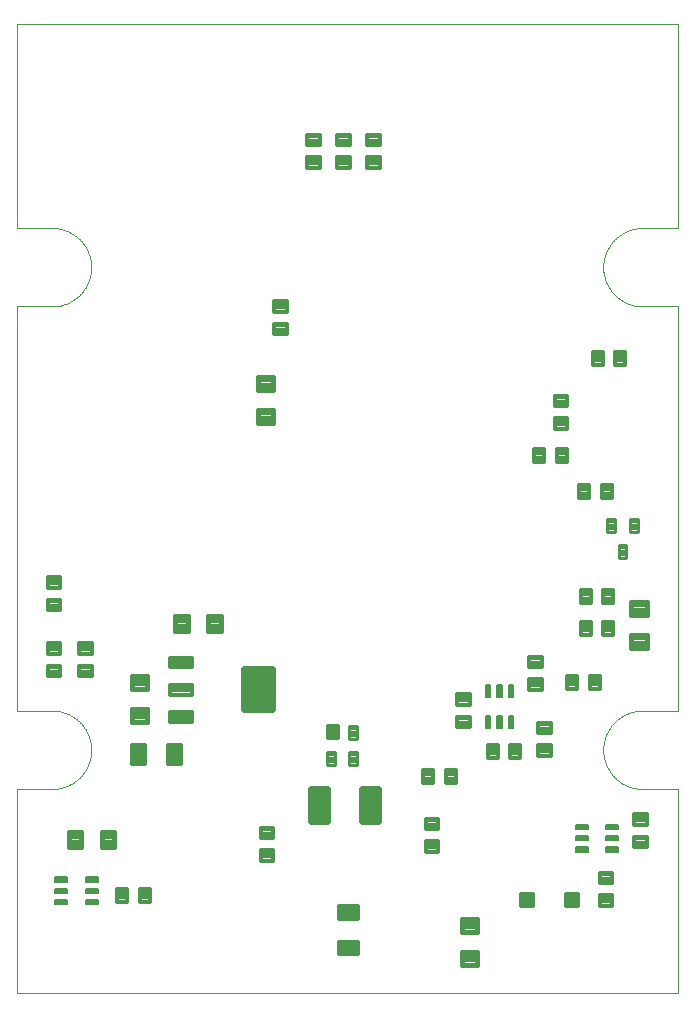
<source format=gbp>
G75*
%MOIN*%
%OFA0B0*%
%FSLAX25Y25*%
%IPPOS*%
%LPD*%
%AMOC8*
5,1,8,0,0,1.08239X$1,22.5*
%
%ADD10C,0.00000*%
%ADD11C,0.01121*%
%ADD12C,0.01475*%
%ADD13C,0.01357*%
%ADD14C,0.01830*%
%ADD15C,0.01380*%
%ADD16C,0.01974*%
%ADD17C,0.01948*%
%ADD18C,0.01712*%
%ADD19C,0.00590*%
%ADD20C,0.01594*%
D10*
X0001400Y0025558D02*
X0001400Y0093471D01*
X0013231Y0093471D01*
X0013549Y0093475D01*
X0013867Y0093487D01*
X0014185Y0093506D01*
X0014502Y0093533D01*
X0014819Y0093568D01*
X0015134Y0093610D01*
X0015448Y0093660D01*
X0015762Y0093718D01*
X0016073Y0093784D01*
X0016383Y0093857D01*
X0016691Y0093937D01*
X0016997Y0094025D01*
X0017300Y0094121D01*
X0017602Y0094223D01*
X0017900Y0094333D01*
X0018196Y0094451D01*
X0018489Y0094575D01*
X0018779Y0094707D01*
X0019066Y0094845D01*
X0019349Y0094991D01*
X0019628Y0095143D01*
X0019904Y0095303D01*
X0020176Y0095468D01*
X0020443Y0095641D01*
X0020706Y0095820D01*
X0020965Y0096005D01*
X0021220Y0096196D01*
X0021469Y0096394D01*
X0021714Y0096598D01*
X0021954Y0096807D01*
X0022188Y0097022D01*
X0022417Y0097243D01*
X0022641Y0097470D01*
X0022859Y0097702D01*
X0023071Y0097939D01*
X0023278Y0098181D01*
X0023479Y0098428D01*
X0023673Y0098680D01*
X0023862Y0098937D01*
X0024044Y0099198D01*
X0024219Y0099463D01*
X0024388Y0099733D01*
X0024551Y0100007D01*
X0024707Y0100284D01*
X0024856Y0100565D01*
X0024998Y0100850D01*
X0025133Y0101138D01*
X0025261Y0101430D01*
X0025382Y0101724D01*
X0025495Y0102022D01*
X0025602Y0102322D01*
X0025701Y0102624D01*
X0025793Y0102929D01*
X0025877Y0103236D01*
X0025954Y0103545D01*
X0026023Y0103856D01*
X0026085Y0104168D01*
X0026139Y0104482D01*
X0026185Y0104796D01*
X0026224Y0105112D01*
X0026255Y0105429D01*
X0026278Y0105747D01*
X0026293Y0106065D01*
X0026301Y0106383D01*
X0026301Y0106701D01*
X0026293Y0107019D01*
X0026278Y0107337D01*
X0026255Y0107655D01*
X0026224Y0107972D01*
X0026185Y0108288D01*
X0026139Y0108602D01*
X0026085Y0108916D01*
X0026023Y0109228D01*
X0025954Y0109539D01*
X0025877Y0109848D01*
X0025793Y0110155D01*
X0025701Y0110460D01*
X0025602Y0110762D01*
X0025495Y0111062D01*
X0025382Y0111360D01*
X0025261Y0111654D01*
X0025133Y0111946D01*
X0024998Y0112234D01*
X0024856Y0112519D01*
X0024707Y0112800D01*
X0024551Y0113078D01*
X0024388Y0113351D01*
X0024219Y0113621D01*
X0024044Y0113886D01*
X0023862Y0114147D01*
X0023673Y0114404D01*
X0023479Y0114656D01*
X0023278Y0114903D01*
X0023071Y0115145D01*
X0022859Y0115382D01*
X0022641Y0115614D01*
X0022417Y0115841D01*
X0022188Y0116062D01*
X0021954Y0116277D01*
X0021714Y0116486D01*
X0021469Y0116690D01*
X0021220Y0116888D01*
X0020965Y0117079D01*
X0020706Y0117264D01*
X0020443Y0117443D01*
X0020176Y0117616D01*
X0019904Y0117781D01*
X0019628Y0117941D01*
X0019349Y0118093D01*
X0019066Y0118239D01*
X0018779Y0118377D01*
X0018489Y0118509D01*
X0018196Y0118633D01*
X0017900Y0118751D01*
X0017602Y0118861D01*
X0017300Y0118963D01*
X0016997Y0119059D01*
X0016691Y0119147D01*
X0016383Y0119227D01*
X0016073Y0119300D01*
X0015762Y0119366D01*
X0015448Y0119424D01*
X0015134Y0119474D01*
X0014819Y0119516D01*
X0014502Y0119551D01*
X0014185Y0119578D01*
X0013867Y0119597D01*
X0013549Y0119609D01*
X0013231Y0119613D01*
X0001400Y0119613D01*
X0001400Y0254337D01*
X0013231Y0254337D01*
X0013549Y0254341D01*
X0013867Y0254353D01*
X0014185Y0254372D01*
X0014502Y0254399D01*
X0014819Y0254434D01*
X0015134Y0254476D01*
X0015448Y0254526D01*
X0015762Y0254584D01*
X0016073Y0254650D01*
X0016383Y0254723D01*
X0016691Y0254803D01*
X0016997Y0254891D01*
X0017300Y0254987D01*
X0017602Y0255089D01*
X0017900Y0255199D01*
X0018196Y0255317D01*
X0018489Y0255441D01*
X0018779Y0255573D01*
X0019066Y0255711D01*
X0019349Y0255857D01*
X0019628Y0256009D01*
X0019904Y0256169D01*
X0020176Y0256334D01*
X0020443Y0256507D01*
X0020706Y0256686D01*
X0020965Y0256871D01*
X0021220Y0257062D01*
X0021469Y0257260D01*
X0021714Y0257464D01*
X0021954Y0257673D01*
X0022188Y0257888D01*
X0022417Y0258109D01*
X0022641Y0258336D01*
X0022859Y0258568D01*
X0023071Y0258805D01*
X0023278Y0259047D01*
X0023479Y0259294D01*
X0023673Y0259546D01*
X0023862Y0259803D01*
X0024044Y0260064D01*
X0024219Y0260329D01*
X0024388Y0260599D01*
X0024551Y0260873D01*
X0024707Y0261150D01*
X0024856Y0261431D01*
X0024998Y0261716D01*
X0025133Y0262004D01*
X0025261Y0262296D01*
X0025382Y0262590D01*
X0025495Y0262888D01*
X0025602Y0263188D01*
X0025701Y0263490D01*
X0025793Y0263795D01*
X0025877Y0264102D01*
X0025954Y0264411D01*
X0026023Y0264722D01*
X0026085Y0265034D01*
X0026139Y0265348D01*
X0026185Y0265662D01*
X0026224Y0265978D01*
X0026255Y0266295D01*
X0026278Y0266613D01*
X0026293Y0266931D01*
X0026301Y0267249D01*
X0026301Y0267567D01*
X0026293Y0267885D01*
X0026278Y0268203D01*
X0026255Y0268521D01*
X0026224Y0268838D01*
X0026185Y0269154D01*
X0026139Y0269468D01*
X0026085Y0269782D01*
X0026023Y0270094D01*
X0025954Y0270405D01*
X0025877Y0270714D01*
X0025793Y0271021D01*
X0025701Y0271326D01*
X0025602Y0271628D01*
X0025495Y0271928D01*
X0025382Y0272226D01*
X0025261Y0272520D01*
X0025133Y0272812D01*
X0024998Y0273100D01*
X0024856Y0273385D01*
X0024707Y0273666D01*
X0024551Y0273944D01*
X0024388Y0274217D01*
X0024219Y0274487D01*
X0024044Y0274752D01*
X0023862Y0275013D01*
X0023673Y0275270D01*
X0023479Y0275522D01*
X0023278Y0275769D01*
X0023071Y0276011D01*
X0022859Y0276248D01*
X0022641Y0276480D01*
X0022417Y0276707D01*
X0022188Y0276928D01*
X0021954Y0277143D01*
X0021714Y0277352D01*
X0021469Y0277556D01*
X0021220Y0277754D01*
X0020965Y0277945D01*
X0020706Y0278130D01*
X0020443Y0278309D01*
X0020176Y0278482D01*
X0019904Y0278647D01*
X0019628Y0278807D01*
X0019349Y0278959D01*
X0019066Y0279105D01*
X0018779Y0279243D01*
X0018489Y0279375D01*
X0018196Y0279499D01*
X0017900Y0279617D01*
X0017602Y0279727D01*
X0017300Y0279829D01*
X0016997Y0279925D01*
X0016691Y0280013D01*
X0016383Y0280093D01*
X0016073Y0280166D01*
X0015762Y0280232D01*
X0015448Y0280290D01*
X0015134Y0280340D01*
X0014819Y0280382D01*
X0014502Y0280417D01*
X0014185Y0280444D01*
X0013867Y0280463D01*
X0013549Y0280475D01*
X0013231Y0280479D01*
X0001400Y0280479D01*
X0001400Y0348392D01*
X0221872Y0348392D01*
X0221872Y0280479D01*
X0210042Y0280479D01*
X0209724Y0280475D01*
X0209406Y0280463D01*
X0209088Y0280444D01*
X0208771Y0280417D01*
X0208454Y0280382D01*
X0208139Y0280340D01*
X0207825Y0280290D01*
X0207511Y0280232D01*
X0207200Y0280166D01*
X0206890Y0280093D01*
X0206582Y0280013D01*
X0206276Y0279925D01*
X0205973Y0279829D01*
X0205671Y0279727D01*
X0205373Y0279617D01*
X0205077Y0279499D01*
X0204784Y0279375D01*
X0204494Y0279243D01*
X0204207Y0279105D01*
X0203924Y0278959D01*
X0203645Y0278807D01*
X0203369Y0278647D01*
X0203097Y0278482D01*
X0202830Y0278309D01*
X0202567Y0278130D01*
X0202308Y0277945D01*
X0202053Y0277754D01*
X0201804Y0277556D01*
X0201559Y0277352D01*
X0201319Y0277143D01*
X0201085Y0276928D01*
X0200856Y0276707D01*
X0200632Y0276480D01*
X0200414Y0276248D01*
X0200202Y0276011D01*
X0199995Y0275769D01*
X0199794Y0275522D01*
X0199600Y0275270D01*
X0199411Y0275013D01*
X0199229Y0274752D01*
X0199054Y0274487D01*
X0198885Y0274217D01*
X0198722Y0273944D01*
X0198566Y0273666D01*
X0198417Y0273385D01*
X0198275Y0273100D01*
X0198140Y0272812D01*
X0198012Y0272520D01*
X0197891Y0272226D01*
X0197778Y0271928D01*
X0197671Y0271628D01*
X0197572Y0271326D01*
X0197480Y0271021D01*
X0197396Y0270714D01*
X0197319Y0270405D01*
X0197250Y0270094D01*
X0197188Y0269782D01*
X0197134Y0269468D01*
X0197088Y0269154D01*
X0197049Y0268838D01*
X0197018Y0268521D01*
X0196995Y0268203D01*
X0196980Y0267885D01*
X0196972Y0267567D01*
X0196972Y0267249D01*
X0196980Y0266931D01*
X0196995Y0266613D01*
X0197018Y0266295D01*
X0197049Y0265978D01*
X0197088Y0265662D01*
X0197134Y0265348D01*
X0197188Y0265034D01*
X0197250Y0264722D01*
X0197319Y0264411D01*
X0197396Y0264102D01*
X0197480Y0263795D01*
X0197572Y0263490D01*
X0197671Y0263188D01*
X0197778Y0262888D01*
X0197891Y0262590D01*
X0198012Y0262296D01*
X0198140Y0262004D01*
X0198275Y0261716D01*
X0198417Y0261431D01*
X0198566Y0261150D01*
X0198722Y0260872D01*
X0198885Y0260599D01*
X0199054Y0260329D01*
X0199229Y0260064D01*
X0199411Y0259803D01*
X0199600Y0259546D01*
X0199794Y0259294D01*
X0199995Y0259047D01*
X0200202Y0258805D01*
X0200414Y0258568D01*
X0200632Y0258336D01*
X0200856Y0258109D01*
X0201085Y0257888D01*
X0201319Y0257673D01*
X0201559Y0257464D01*
X0201804Y0257260D01*
X0202053Y0257062D01*
X0202308Y0256871D01*
X0202567Y0256686D01*
X0202830Y0256507D01*
X0203097Y0256334D01*
X0203369Y0256169D01*
X0203645Y0256009D01*
X0203924Y0255857D01*
X0204207Y0255711D01*
X0204494Y0255573D01*
X0204784Y0255441D01*
X0205077Y0255317D01*
X0205373Y0255199D01*
X0205671Y0255089D01*
X0205973Y0254987D01*
X0206276Y0254891D01*
X0206582Y0254803D01*
X0206890Y0254723D01*
X0207200Y0254650D01*
X0207511Y0254584D01*
X0207825Y0254526D01*
X0208139Y0254476D01*
X0208454Y0254434D01*
X0208771Y0254399D01*
X0209088Y0254372D01*
X0209406Y0254353D01*
X0209724Y0254341D01*
X0210042Y0254337D01*
X0221872Y0254337D01*
X0221872Y0119613D01*
X0210042Y0119613D01*
X0209724Y0119609D01*
X0209406Y0119597D01*
X0209088Y0119578D01*
X0208771Y0119551D01*
X0208454Y0119516D01*
X0208139Y0119474D01*
X0207825Y0119424D01*
X0207511Y0119366D01*
X0207200Y0119300D01*
X0206890Y0119227D01*
X0206582Y0119147D01*
X0206276Y0119059D01*
X0205973Y0118963D01*
X0205671Y0118861D01*
X0205373Y0118751D01*
X0205077Y0118633D01*
X0204784Y0118509D01*
X0204494Y0118377D01*
X0204207Y0118239D01*
X0203924Y0118093D01*
X0203645Y0117941D01*
X0203369Y0117781D01*
X0203097Y0117616D01*
X0202830Y0117443D01*
X0202567Y0117264D01*
X0202308Y0117079D01*
X0202053Y0116888D01*
X0201804Y0116690D01*
X0201559Y0116486D01*
X0201319Y0116277D01*
X0201085Y0116062D01*
X0200856Y0115841D01*
X0200632Y0115614D01*
X0200414Y0115382D01*
X0200202Y0115145D01*
X0199995Y0114903D01*
X0199794Y0114656D01*
X0199600Y0114404D01*
X0199411Y0114147D01*
X0199229Y0113886D01*
X0199054Y0113621D01*
X0198885Y0113351D01*
X0198722Y0113077D01*
X0198566Y0112800D01*
X0198417Y0112519D01*
X0198275Y0112234D01*
X0198140Y0111946D01*
X0198012Y0111654D01*
X0197891Y0111360D01*
X0197778Y0111062D01*
X0197671Y0110762D01*
X0197572Y0110460D01*
X0197480Y0110155D01*
X0197396Y0109848D01*
X0197319Y0109539D01*
X0197250Y0109228D01*
X0197188Y0108916D01*
X0197134Y0108602D01*
X0197088Y0108288D01*
X0197049Y0107972D01*
X0197018Y0107655D01*
X0196995Y0107337D01*
X0196980Y0107019D01*
X0196972Y0106701D01*
X0196972Y0106383D01*
X0196980Y0106065D01*
X0196995Y0105747D01*
X0197018Y0105429D01*
X0197049Y0105112D01*
X0197088Y0104796D01*
X0197134Y0104482D01*
X0197188Y0104168D01*
X0197250Y0103856D01*
X0197319Y0103545D01*
X0197396Y0103236D01*
X0197480Y0102929D01*
X0197572Y0102624D01*
X0197671Y0102322D01*
X0197778Y0102022D01*
X0197891Y0101724D01*
X0198012Y0101430D01*
X0198140Y0101138D01*
X0198275Y0100850D01*
X0198417Y0100565D01*
X0198566Y0100284D01*
X0198722Y0100006D01*
X0198885Y0099733D01*
X0199054Y0099463D01*
X0199229Y0099198D01*
X0199411Y0098937D01*
X0199600Y0098680D01*
X0199794Y0098428D01*
X0199995Y0098181D01*
X0200202Y0097939D01*
X0200414Y0097702D01*
X0200632Y0097470D01*
X0200856Y0097243D01*
X0201085Y0097022D01*
X0201319Y0096807D01*
X0201559Y0096598D01*
X0201804Y0096394D01*
X0202053Y0096196D01*
X0202308Y0096005D01*
X0202567Y0095820D01*
X0202830Y0095641D01*
X0203097Y0095468D01*
X0203369Y0095303D01*
X0203645Y0095143D01*
X0203924Y0094991D01*
X0204207Y0094845D01*
X0204494Y0094707D01*
X0204784Y0094575D01*
X0205077Y0094451D01*
X0205373Y0094333D01*
X0205671Y0094223D01*
X0205973Y0094121D01*
X0206276Y0094025D01*
X0206582Y0093937D01*
X0206890Y0093857D01*
X0207200Y0093784D01*
X0207511Y0093718D01*
X0207825Y0093660D01*
X0208139Y0093610D01*
X0208454Y0093568D01*
X0208771Y0093533D01*
X0209088Y0093506D01*
X0209406Y0093487D01*
X0209724Y0093475D01*
X0210042Y0093471D01*
X0221872Y0093471D01*
X0221872Y0025558D01*
X0001400Y0025558D01*
D11*
X0104852Y0101631D02*
X0107468Y0101631D01*
X0104852Y0101631D02*
X0104852Y0105823D01*
X0107468Y0105823D01*
X0107468Y0101631D01*
X0107468Y0102751D02*
X0104852Y0102751D01*
X0104852Y0103871D02*
X0107468Y0103871D01*
X0107468Y0104991D02*
X0104852Y0104991D01*
X0112332Y0101631D02*
X0114948Y0101631D01*
X0112332Y0101631D02*
X0112332Y0105823D01*
X0114948Y0105823D01*
X0114948Y0101631D01*
X0114948Y0102751D02*
X0112332Y0102751D01*
X0112332Y0103871D02*
X0114948Y0103871D01*
X0114948Y0104991D02*
X0112332Y0104991D01*
X0112332Y0110292D02*
X0114948Y0110292D01*
X0112332Y0110292D02*
X0112332Y0114484D01*
X0114948Y0114484D01*
X0114948Y0110292D01*
X0114948Y0111412D02*
X0112332Y0111412D01*
X0112332Y0112532D02*
X0114948Y0112532D01*
X0114948Y0113652D02*
X0112332Y0113652D01*
X0198352Y0179292D02*
X0200968Y0179292D01*
X0198352Y0179292D02*
X0198352Y0183484D01*
X0200968Y0183484D01*
X0200968Y0179292D01*
X0200968Y0180412D02*
X0198352Y0180412D01*
X0198352Y0181532D02*
X0200968Y0181532D01*
X0200968Y0182652D02*
X0198352Y0182652D01*
X0202092Y0170631D02*
X0204708Y0170631D01*
X0202092Y0170631D02*
X0202092Y0174823D01*
X0204708Y0174823D01*
X0204708Y0170631D01*
X0204708Y0171751D02*
X0202092Y0171751D01*
X0202092Y0172871D02*
X0204708Y0172871D01*
X0204708Y0173991D02*
X0202092Y0173991D01*
X0205832Y0179292D02*
X0208448Y0179292D01*
X0205832Y0179292D02*
X0205832Y0183484D01*
X0208448Y0183484D01*
X0208448Y0179292D01*
X0208448Y0180412D02*
X0205832Y0180412D01*
X0205832Y0181532D02*
X0208448Y0181532D01*
X0208448Y0182652D02*
X0205832Y0182652D01*
D12*
X0199862Y0194674D02*
X0196418Y0194674D01*
X0199862Y0194674D02*
X0199862Y0190442D01*
X0196418Y0190442D01*
X0196418Y0194674D01*
X0196418Y0191916D02*
X0199862Y0191916D01*
X0199862Y0193390D02*
X0196418Y0193390D01*
X0192382Y0194674D02*
X0188938Y0194674D01*
X0192382Y0194674D02*
X0192382Y0190442D01*
X0188938Y0190442D01*
X0188938Y0194674D01*
X0188938Y0191916D02*
X0192382Y0191916D01*
X0192382Y0193390D02*
X0188938Y0193390D01*
X0184862Y0202442D02*
X0181418Y0202442D01*
X0181418Y0206674D01*
X0184862Y0206674D01*
X0184862Y0202442D01*
X0184862Y0203916D02*
X0181418Y0203916D01*
X0181418Y0205390D02*
X0184862Y0205390D01*
X0180784Y0213596D02*
X0180784Y0217040D01*
X0185016Y0217040D01*
X0185016Y0213596D01*
X0180784Y0213596D01*
X0180784Y0215070D02*
X0185016Y0215070D01*
X0185016Y0216544D02*
X0180784Y0216544D01*
X0180784Y0221076D02*
X0180784Y0224520D01*
X0185016Y0224520D01*
X0185016Y0221076D01*
X0180784Y0221076D01*
X0180784Y0222550D02*
X0185016Y0222550D01*
X0185016Y0224024D02*
X0180784Y0224024D01*
X0177382Y0202442D02*
X0173938Y0202442D01*
X0173938Y0206674D01*
X0177382Y0206674D01*
X0177382Y0202442D01*
X0177382Y0203916D02*
X0173938Y0203916D01*
X0173938Y0205390D02*
X0177382Y0205390D01*
X0193438Y0239174D02*
X0196882Y0239174D01*
X0196882Y0234942D01*
X0193438Y0234942D01*
X0193438Y0239174D01*
X0193438Y0236416D02*
X0196882Y0236416D01*
X0196882Y0237890D02*
X0193438Y0237890D01*
X0200918Y0239174D02*
X0204362Y0239174D01*
X0204362Y0234942D01*
X0200918Y0234942D01*
X0200918Y0239174D01*
X0200918Y0236416D02*
X0204362Y0236416D01*
X0204362Y0237890D02*
X0200918Y0237890D01*
X0200362Y0159674D02*
X0196918Y0159674D01*
X0200362Y0159674D02*
X0200362Y0155442D01*
X0196918Y0155442D01*
X0196918Y0159674D01*
X0196918Y0156916D02*
X0200362Y0156916D01*
X0200362Y0158390D02*
X0196918Y0158390D01*
X0192882Y0159674D02*
X0189438Y0159674D01*
X0192882Y0159674D02*
X0192882Y0155442D01*
X0189438Y0155442D01*
X0189438Y0159674D01*
X0189438Y0156916D02*
X0192882Y0156916D01*
X0192882Y0158390D02*
X0189438Y0158390D01*
X0189438Y0144942D02*
X0192882Y0144942D01*
X0189438Y0144942D02*
X0189438Y0149174D01*
X0192882Y0149174D01*
X0192882Y0144942D01*
X0192882Y0146416D02*
X0189438Y0146416D01*
X0189438Y0147890D02*
X0192882Y0147890D01*
X0196918Y0144942D02*
X0200362Y0144942D01*
X0196918Y0144942D02*
X0196918Y0149174D01*
X0200362Y0149174D01*
X0200362Y0144942D01*
X0200362Y0146416D02*
X0196918Y0146416D01*
X0196918Y0147890D02*
X0200362Y0147890D01*
X0195862Y0126942D02*
X0192418Y0126942D01*
X0192418Y0131174D01*
X0195862Y0131174D01*
X0195862Y0126942D01*
X0195862Y0128416D02*
X0192418Y0128416D01*
X0192418Y0129890D02*
X0195862Y0129890D01*
X0188382Y0126942D02*
X0184938Y0126942D01*
X0184938Y0131174D01*
X0188382Y0131174D01*
X0188382Y0126942D01*
X0188382Y0128416D02*
X0184938Y0128416D01*
X0184938Y0129890D02*
X0188382Y0129890D01*
X0179516Y0115520D02*
X0179516Y0112076D01*
X0175284Y0112076D01*
X0175284Y0115520D01*
X0179516Y0115520D01*
X0179516Y0113550D02*
X0175284Y0113550D01*
X0175284Y0115024D02*
X0179516Y0115024D01*
X0179516Y0108040D02*
X0179516Y0104596D01*
X0175284Y0104596D01*
X0175284Y0108040D01*
X0179516Y0108040D01*
X0179516Y0106070D02*
X0175284Y0106070D01*
X0175284Y0107544D02*
X0179516Y0107544D01*
X0169362Y0108174D02*
X0165918Y0108174D01*
X0169362Y0108174D02*
X0169362Y0103942D01*
X0165918Y0103942D01*
X0165918Y0108174D01*
X0165918Y0105416D02*
X0169362Y0105416D01*
X0169362Y0106890D02*
X0165918Y0106890D01*
X0161882Y0108174D02*
X0158438Y0108174D01*
X0161882Y0108174D02*
X0161882Y0103942D01*
X0158438Y0103942D01*
X0158438Y0108174D01*
X0158438Y0105416D02*
X0161882Y0105416D01*
X0161882Y0106890D02*
X0158438Y0106890D01*
X0148284Y0114096D02*
X0148284Y0117540D01*
X0152516Y0117540D01*
X0152516Y0114096D01*
X0148284Y0114096D01*
X0148284Y0115570D02*
X0152516Y0115570D01*
X0152516Y0117044D02*
X0148284Y0117044D01*
X0148284Y0121576D02*
X0148284Y0125020D01*
X0152516Y0125020D01*
X0152516Y0121576D01*
X0148284Y0121576D01*
X0148284Y0123050D02*
X0152516Y0123050D01*
X0152516Y0124524D02*
X0148284Y0124524D01*
X0147862Y0095442D02*
X0144418Y0095442D01*
X0144418Y0099674D01*
X0147862Y0099674D01*
X0147862Y0095442D01*
X0147862Y0096916D02*
X0144418Y0096916D01*
X0144418Y0098390D02*
X0147862Y0098390D01*
X0137784Y0083520D02*
X0137784Y0080076D01*
X0137784Y0083520D02*
X0142016Y0083520D01*
X0142016Y0080076D01*
X0137784Y0080076D01*
X0137784Y0081550D02*
X0142016Y0081550D01*
X0142016Y0083024D02*
X0137784Y0083024D01*
X0137784Y0076040D02*
X0137784Y0072596D01*
X0137784Y0076040D02*
X0142016Y0076040D01*
X0142016Y0072596D01*
X0137784Y0072596D01*
X0137784Y0074070D02*
X0142016Y0074070D01*
X0142016Y0075544D02*
X0137784Y0075544D01*
X0136938Y0095442D02*
X0140382Y0095442D01*
X0136938Y0095442D02*
X0136938Y0099674D01*
X0140382Y0099674D01*
X0140382Y0095442D01*
X0140382Y0096916D02*
X0136938Y0096916D01*
X0136938Y0098390D02*
X0140382Y0098390D01*
X0172284Y0126596D02*
X0172284Y0130040D01*
X0176516Y0130040D01*
X0176516Y0126596D01*
X0172284Y0126596D01*
X0172284Y0128070D02*
X0176516Y0128070D01*
X0176516Y0129544D02*
X0172284Y0129544D01*
X0172284Y0134076D02*
X0172284Y0137520D01*
X0176516Y0137520D01*
X0176516Y0134076D01*
X0172284Y0134076D01*
X0172284Y0135550D02*
X0176516Y0135550D01*
X0176516Y0137024D02*
X0172284Y0137024D01*
X0211516Y0085020D02*
X0211516Y0081576D01*
X0207284Y0081576D01*
X0207284Y0085020D01*
X0211516Y0085020D01*
X0211516Y0083050D02*
X0207284Y0083050D01*
X0207284Y0084524D02*
X0211516Y0084524D01*
X0211516Y0077540D02*
X0211516Y0074096D01*
X0207284Y0074096D01*
X0207284Y0077540D01*
X0211516Y0077540D01*
X0211516Y0075570D02*
X0207284Y0075570D01*
X0207284Y0077044D02*
X0211516Y0077044D01*
X0195784Y0065520D02*
X0195784Y0062076D01*
X0195784Y0065520D02*
X0200016Y0065520D01*
X0200016Y0062076D01*
X0195784Y0062076D01*
X0195784Y0063550D02*
X0200016Y0063550D01*
X0200016Y0065024D02*
X0195784Y0065024D01*
X0195784Y0058040D02*
X0195784Y0054596D01*
X0195784Y0058040D02*
X0200016Y0058040D01*
X0200016Y0054596D01*
X0195784Y0054596D01*
X0195784Y0056070D02*
X0200016Y0056070D01*
X0200016Y0057544D02*
X0195784Y0057544D01*
X0087284Y0245096D02*
X0087284Y0248540D01*
X0091516Y0248540D01*
X0091516Y0245096D01*
X0087284Y0245096D01*
X0087284Y0246570D02*
X0091516Y0246570D01*
X0091516Y0248044D02*
X0087284Y0248044D01*
X0087284Y0252576D02*
X0087284Y0256020D01*
X0091516Y0256020D01*
X0091516Y0252576D01*
X0087284Y0252576D01*
X0087284Y0254050D02*
X0091516Y0254050D01*
X0091516Y0255524D02*
X0087284Y0255524D01*
X0098284Y0300596D02*
X0098284Y0304040D01*
X0102516Y0304040D01*
X0102516Y0300596D01*
X0098284Y0300596D01*
X0098284Y0302070D02*
X0102516Y0302070D01*
X0102516Y0303544D02*
X0098284Y0303544D01*
X0098284Y0308076D02*
X0098284Y0311520D01*
X0102516Y0311520D01*
X0102516Y0308076D01*
X0098284Y0308076D01*
X0098284Y0309550D02*
X0102516Y0309550D01*
X0102516Y0311024D02*
X0098284Y0311024D01*
X0108284Y0311520D02*
X0108284Y0308076D01*
X0108284Y0311520D02*
X0112516Y0311520D01*
X0112516Y0308076D01*
X0108284Y0308076D01*
X0108284Y0309550D02*
X0112516Y0309550D01*
X0112516Y0311024D02*
X0108284Y0311024D01*
X0108284Y0304040D02*
X0108284Y0300596D01*
X0108284Y0304040D02*
X0112516Y0304040D01*
X0112516Y0300596D01*
X0108284Y0300596D01*
X0108284Y0302070D02*
X0112516Y0302070D01*
X0112516Y0303544D02*
X0108284Y0303544D01*
X0118284Y0304040D02*
X0118284Y0300596D01*
X0118284Y0304040D02*
X0122516Y0304040D01*
X0122516Y0300596D01*
X0118284Y0300596D01*
X0118284Y0302070D02*
X0122516Y0302070D01*
X0122516Y0303544D02*
X0118284Y0303544D01*
X0118284Y0308076D02*
X0118284Y0311520D01*
X0122516Y0311520D01*
X0122516Y0308076D01*
X0118284Y0308076D01*
X0118284Y0309550D02*
X0122516Y0309550D01*
X0122516Y0311024D02*
X0118284Y0311024D01*
X0022284Y0142020D02*
X0022284Y0138576D01*
X0022284Y0142020D02*
X0026516Y0142020D01*
X0026516Y0138576D01*
X0022284Y0138576D01*
X0022284Y0140050D02*
X0026516Y0140050D01*
X0026516Y0141524D02*
X0022284Y0141524D01*
X0022284Y0134540D02*
X0022284Y0131096D01*
X0022284Y0134540D02*
X0026516Y0134540D01*
X0026516Y0131096D01*
X0022284Y0131096D01*
X0022284Y0132570D02*
X0026516Y0132570D01*
X0026516Y0134044D02*
X0022284Y0134044D01*
X0011784Y0134540D02*
X0011784Y0131096D01*
X0011784Y0134540D02*
X0016016Y0134540D01*
X0016016Y0131096D01*
X0011784Y0131096D01*
X0011784Y0132570D02*
X0016016Y0132570D01*
X0016016Y0134044D02*
X0011784Y0134044D01*
X0011784Y0138576D02*
X0011784Y0142020D01*
X0016016Y0142020D01*
X0016016Y0138576D01*
X0011784Y0138576D01*
X0011784Y0140050D02*
X0016016Y0140050D01*
X0016016Y0141524D02*
X0011784Y0141524D01*
X0016016Y0153096D02*
X0016016Y0156540D01*
X0016016Y0153096D02*
X0011784Y0153096D01*
X0011784Y0156540D01*
X0016016Y0156540D01*
X0016016Y0154570D02*
X0011784Y0154570D01*
X0011784Y0156044D02*
X0016016Y0156044D01*
X0016016Y0160576D02*
X0016016Y0164020D01*
X0016016Y0160576D02*
X0011784Y0160576D01*
X0011784Y0164020D01*
X0016016Y0164020D01*
X0016016Y0162050D02*
X0011784Y0162050D01*
X0011784Y0163524D02*
X0016016Y0163524D01*
X0034938Y0055942D02*
X0038382Y0055942D01*
X0034938Y0055942D02*
X0034938Y0060174D01*
X0038382Y0060174D01*
X0038382Y0055942D01*
X0038382Y0057416D02*
X0034938Y0057416D01*
X0034938Y0058890D02*
X0038382Y0058890D01*
X0042418Y0055942D02*
X0045862Y0055942D01*
X0042418Y0055942D02*
X0042418Y0060174D01*
X0045862Y0060174D01*
X0045862Y0055942D01*
X0045862Y0057416D02*
X0042418Y0057416D01*
X0042418Y0058890D02*
X0045862Y0058890D01*
X0087016Y0069596D02*
X0087016Y0073040D01*
X0087016Y0069596D02*
X0082784Y0069596D01*
X0082784Y0073040D01*
X0087016Y0073040D01*
X0087016Y0071070D02*
X0082784Y0071070D01*
X0082784Y0072544D02*
X0087016Y0072544D01*
X0087016Y0077076D02*
X0087016Y0080520D01*
X0087016Y0077076D02*
X0082784Y0077076D01*
X0082784Y0080520D01*
X0087016Y0080520D01*
X0087016Y0078550D02*
X0082784Y0078550D01*
X0082784Y0080024D02*
X0087016Y0080024D01*
D13*
X0105363Y0110410D02*
X0108531Y0110410D01*
X0105363Y0110410D02*
X0105363Y0114366D01*
X0108531Y0114366D01*
X0108531Y0110410D01*
X0108531Y0111766D02*
X0105363Y0111766D01*
X0105363Y0113122D02*
X0108531Y0113122D01*
D14*
X0069546Y0146030D02*
X0065278Y0146030D01*
X0065278Y0151086D01*
X0069546Y0151086D01*
X0069546Y0146030D01*
X0069546Y0147859D02*
X0065278Y0147859D01*
X0065278Y0149688D02*
X0069546Y0149688D01*
X0058522Y0146030D02*
X0054254Y0146030D01*
X0054254Y0151086D01*
X0058522Y0151086D01*
X0058522Y0146030D01*
X0058522Y0147859D02*
X0054254Y0147859D01*
X0054254Y0149688D02*
X0058522Y0149688D01*
X0044928Y0131204D02*
X0044928Y0126936D01*
X0039872Y0126936D01*
X0039872Y0131204D01*
X0044928Y0131204D01*
X0044928Y0128765D02*
X0039872Y0128765D01*
X0039872Y0130594D02*
X0044928Y0130594D01*
X0044928Y0120180D02*
X0044928Y0115912D01*
X0039872Y0115912D01*
X0039872Y0120180D01*
X0044928Y0120180D01*
X0044928Y0117741D02*
X0039872Y0117741D01*
X0039872Y0119570D02*
X0044928Y0119570D01*
X0034046Y0074030D02*
X0029778Y0074030D01*
X0029778Y0079086D01*
X0034046Y0079086D01*
X0034046Y0074030D01*
X0034046Y0075859D02*
X0029778Y0075859D01*
X0029778Y0077688D02*
X0034046Y0077688D01*
X0023022Y0074030D02*
X0018754Y0074030D01*
X0018754Y0079086D01*
X0023022Y0079086D01*
X0023022Y0074030D01*
X0023022Y0075859D02*
X0018754Y0075859D01*
X0018754Y0077688D02*
X0023022Y0077688D01*
X0081872Y0215412D02*
X0081872Y0219680D01*
X0086928Y0219680D01*
X0086928Y0215412D01*
X0081872Y0215412D01*
X0081872Y0217241D02*
X0086928Y0217241D01*
X0086928Y0219070D02*
X0081872Y0219070D01*
X0081872Y0226436D02*
X0081872Y0230704D01*
X0086928Y0230704D01*
X0086928Y0226436D01*
X0081872Y0226436D01*
X0081872Y0228265D02*
X0086928Y0228265D01*
X0086928Y0230094D02*
X0081872Y0230094D01*
X0154928Y0050204D02*
X0154928Y0045936D01*
X0149872Y0045936D01*
X0149872Y0050204D01*
X0154928Y0050204D01*
X0154928Y0047765D02*
X0149872Y0047765D01*
X0149872Y0049594D02*
X0154928Y0049594D01*
X0154928Y0039180D02*
X0154928Y0034912D01*
X0149872Y0034912D01*
X0149872Y0039180D01*
X0154928Y0039180D01*
X0154928Y0036741D02*
X0149872Y0036741D01*
X0149872Y0038570D02*
X0154928Y0038570D01*
X0206372Y0140412D02*
X0206372Y0144680D01*
X0211428Y0144680D01*
X0211428Y0140412D01*
X0206372Y0140412D01*
X0206372Y0142241D02*
X0211428Y0142241D01*
X0211428Y0144070D02*
X0206372Y0144070D01*
X0206372Y0151436D02*
X0206372Y0155704D01*
X0211428Y0155704D01*
X0211428Y0151436D01*
X0206372Y0151436D01*
X0206372Y0153265D02*
X0211428Y0153265D01*
X0211428Y0155094D02*
X0206372Y0155094D01*
D15*
X0059810Y0137268D02*
X0059810Y0134048D01*
X0052590Y0134048D01*
X0052590Y0137268D01*
X0059810Y0137268D01*
X0059810Y0135427D02*
X0052590Y0135427D01*
X0052590Y0136806D02*
X0059810Y0136806D01*
X0059810Y0128168D02*
X0059810Y0124948D01*
X0052590Y0124948D01*
X0052590Y0128168D01*
X0059810Y0128168D01*
X0059810Y0126327D02*
X0052590Y0126327D01*
X0052590Y0127706D02*
X0059810Y0127706D01*
X0059810Y0119068D02*
X0059810Y0115848D01*
X0052590Y0115848D01*
X0052590Y0119068D01*
X0059810Y0119068D01*
X0059810Y0117227D02*
X0052590Y0117227D01*
X0052590Y0118606D02*
X0059810Y0118606D01*
D16*
X0086998Y0119771D02*
X0086998Y0133345D01*
X0086998Y0119771D02*
X0077362Y0119771D01*
X0077362Y0133345D01*
X0086998Y0133345D01*
X0086998Y0121744D02*
X0077362Y0121744D01*
X0077362Y0123717D02*
X0086998Y0123717D01*
X0086998Y0125690D02*
X0077362Y0125690D01*
X0077362Y0127663D02*
X0086998Y0127663D01*
X0086998Y0129636D02*
X0077362Y0129636D01*
X0077362Y0131609D02*
X0086998Y0131609D01*
D17*
X0105318Y0093480D02*
X0105318Y0082636D01*
X0099474Y0082636D01*
X0099474Y0093480D01*
X0105318Y0093480D01*
X0105318Y0084583D02*
X0099474Y0084583D01*
X0099474Y0086530D02*
X0105318Y0086530D01*
X0105318Y0088477D02*
X0099474Y0088477D01*
X0099474Y0090424D02*
X0105318Y0090424D01*
X0105318Y0092371D02*
X0099474Y0092371D01*
X0122326Y0093480D02*
X0122326Y0082636D01*
X0116482Y0082636D01*
X0116482Y0093480D01*
X0122326Y0093480D01*
X0122326Y0084583D02*
X0116482Y0084583D01*
X0116482Y0086530D02*
X0122326Y0086530D01*
X0122326Y0088477D02*
X0116482Y0088477D01*
X0116482Y0090424D02*
X0122326Y0090424D01*
X0122326Y0092371D02*
X0116482Y0092371D01*
D18*
X0114881Y0054460D02*
X0114881Y0050466D01*
X0108919Y0050466D01*
X0108919Y0054460D01*
X0114881Y0054460D01*
X0114881Y0052177D02*
X0108919Y0052177D01*
X0108919Y0053888D02*
X0114881Y0053888D01*
X0114881Y0042649D02*
X0114881Y0038655D01*
X0108919Y0038655D01*
X0108919Y0042649D01*
X0114881Y0042649D01*
X0114881Y0040366D02*
X0108919Y0040366D01*
X0108919Y0042077D02*
X0114881Y0042077D01*
X0055803Y0102077D02*
X0051809Y0102077D01*
X0051809Y0108039D01*
X0055803Y0108039D01*
X0055803Y0102077D01*
X0055803Y0103788D02*
X0051809Y0103788D01*
X0051809Y0105499D02*
X0055803Y0105499D01*
X0055803Y0107210D02*
X0051809Y0107210D01*
X0043991Y0102077D02*
X0039997Y0102077D01*
X0039997Y0108039D01*
X0043991Y0108039D01*
X0043991Y0102077D01*
X0043991Y0103788D02*
X0039997Y0103788D01*
X0039997Y0105499D02*
X0043991Y0105499D01*
X0043991Y0107210D02*
X0039997Y0107210D01*
D19*
X0028485Y0063985D02*
X0028485Y0062611D01*
X0024551Y0062611D01*
X0024551Y0063985D01*
X0028485Y0063985D01*
X0028485Y0063200D02*
X0024551Y0063200D01*
X0024551Y0063789D02*
X0028485Y0063789D01*
X0028485Y0060245D02*
X0028485Y0058871D01*
X0024551Y0058871D01*
X0024551Y0060245D01*
X0028485Y0060245D01*
X0028485Y0059460D02*
X0024551Y0059460D01*
X0024551Y0060049D02*
X0028485Y0060049D01*
X0028485Y0056505D02*
X0028485Y0055131D01*
X0024551Y0055131D01*
X0024551Y0056505D01*
X0028485Y0056505D01*
X0028485Y0055720D02*
X0024551Y0055720D01*
X0024551Y0056309D02*
X0028485Y0056309D01*
X0018249Y0056505D02*
X0018249Y0055131D01*
X0014315Y0055131D01*
X0014315Y0056505D01*
X0018249Y0056505D01*
X0018249Y0055720D02*
X0014315Y0055720D01*
X0014315Y0056309D02*
X0018249Y0056309D01*
X0018249Y0058871D02*
X0018249Y0060245D01*
X0018249Y0058871D02*
X0014315Y0058871D01*
X0014315Y0060245D01*
X0018249Y0060245D01*
X0018249Y0059460D02*
X0014315Y0059460D01*
X0014315Y0060049D02*
X0018249Y0060049D01*
X0018249Y0062611D02*
X0018249Y0063985D01*
X0018249Y0062611D02*
X0014315Y0062611D01*
X0014315Y0063985D01*
X0018249Y0063985D01*
X0018249Y0063200D02*
X0014315Y0063200D01*
X0014315Y0063789D02*
X0018249Y0063789D01*
X0157973Y0117907D02*
X0159347Y0117907D01*
X0159347Y0113973D01*
X0157973Y0113973D01*
X0157973Y0117907D01*
X0157973Y0114562D02*
X0159347Y0114562D01*
X0159347Y0115151D02*
X0157973Y0115151D01*
X0157973Y0115740D02*
X0159347Y0115740D01*
X0159347Y0116329D02*
X0157973Y0116329D01*
X0157973Y0116918D02*
X0159347Y0116918D01*
X0159347Y0117507D02*
X0157973Y0117507D01*
X0157973Y0128143D02*
X0159347Y0128143D01*
X0159347Y0124209D01*
X0157973Y0124209D01*
X0157973Y0128143D01*
X0157973Y0124798D02*
X0159347Y0124798D01*
X0159347Y0125387D02*
X0157973Y0125387D01*
X0157973Y0125976D02*
X0159347Y0125976D01*
X0159347Y0126565D02*
X0157973Y0126565D01*
X0157973Y0127154D02*
X0159347Y0127154D01*
X0159347Y0127743D02*
X0157973Y0127743D01*
X0161713Y0128143D02*
X0163087Y0128143D01*
X0163087Y0124209D01*
X0161713Y0124209D01*
X0161713Y0128143D01*
X0161713Y0124798D02*
X0163087Y0124798D01*
X0163087Y0125387D02*
X0161713Y0125387D01*
X0161713Y0125976D02*
X0163087Y0125976D01*
X0163087Y0126565D02*
X0161713Y0126565D01*
X0161713Y0127154D02*
X0163087Y0127154D01*
X0163087Y0127743D02*
X0161713Y0127743D01*
X0165453Y0128143D02*
X0166827Y0128143D01*
X0166827Y0124209D01*
X0165453Y0124209D01*
X0165453Y0128143D01*
X0165453Y0124798D02*
X0166827Y0124798D01*
X0166827Y0125387D02*
X0165453Y0125387D01*
X0165453Y0125976D02*
X0166827Y0125976D01*
X0166827Y0126565D02*
X0165453Y0126565D01*
X0165453Y0127154D02*
X0166827Y0127154D01*
X0166827Y0127743D02*
X0165453Y0127743D01*
X0165453Y0117907D02*
X0166827Y0117907D01*
X0166827Y0113973D01*
X0165453Y0113973D01*
X0165453Y0117907D01*
X0165453Y0114562D02*
X0166827Y0114562D01*
X0166827Y0115151D02*
X0165453Y0115151D01*
X0165453Y0115740D02*
X0166827Y0115740D01*
X0166827Y0116329D02*
X0165453Y0116329D01*
X0165453Y0116918D02*
X0166827Y0116918D01*
X0166827Y0117507D02*
X0165453Y0117507D01*
X0163087Y0117907D02*
X0161713Y0117907D01*
X0163087Y0117907D02*
X0163087Y0113973D01*
X0161713Y0113973D01*
X0161713Y0117907D01*
X0161713Y0114562D02*
X0163087Y0114562D01*
X0163087Y0115151D02*
X0161713Y0115151D01*
X0161713Y0115740D02*
X0163087Y0115740D01*
X0163087Y0116329D02*
X0161713Y0116329D01*
X0161713Y0116918D02*
X0163087Y0116918D01*
X0163087Y0117507D02*
X0161713Y0117507D01*
X0191749Y0081485D02*
X0191749Y0080111D01*
X0187815Y0080111D01*
X0187815Y0081485D01*
X0191749Y0081485D01*
X0191749Y0080700D02*
X0187815Y0080700D01*
X0187815Y0081289D02*
X0191749Y0081289D01*
X0191749Y0077745D02*
X0191749Y0076371D01*
X0187815Y0076371D01*
X0187815Y0077745D01*
X0191749Y0077745D01*
X0191749Y0076960D02*
X0187815Y0076960D01*
X0187815Y0077549D02*
X0191749Y0077549D01*
X0191749Y0074005D02*
X0191749Y0072631D01*
X0187815Y0072631D01*
X0187815Y0074005D01*
X0191749Y0074005D01*
X0191749Y0073220D02*
X0187815Y0073220D01*
X0187815Y0073809D02*
X0191749Y0073809D01*
X0201985Y0074005D02*
X0201985Y0072631D01*
X0198051Y0072631D01*
X0198051Y0074005D01*
X0201985Y0074005D01*
X0201985Y0073220D02*
X0198051Y0073220D01*
X0198051Y0073809D02*
X0201985Y0073809D01*
X0201985Y0076371D02*
X0201985Y0077745D01*
X0201985Y0076371D02*
X0198051Y0076371D01*
X0198051Y0077745D01*
X0201985Y0077745D01*
X0201985Y0076960D02*
X0198051Y0076960D01*
X0198051Y0077549D02*
X0201985Y0077549D01*
X0201985Y0080111D02*
X0201985Y0081485D01*
X0201985Y0080111D02*
X0198051Y0080111D01*
X0198051Y0081485D01*
X0201985Y0081485D01*
X0201985Y0080700D02*
X0198051Y0080700D01*
X0198051Y0081289D02*
X0201985Y0081289D01*
D20*
X0188239Y0054699D02*
X0184521Y0054699D01*
X0184521Y0058417D01*
X0188239Y0058417D01*
X0188239Y0054699D01*
X0188239Y0056292D02*
X0184521Y0056292D01*
X0184521Y0057885D02*
X0188239Y0057885D01*
X0173279Y0054699D02*
X0169561Y0054699D01*
X0169561Y0058417D01*
X0173279Y0058417D01*
X0173279Y0054699D01*
X0173279Y0056292D02*
X0169561Y0056292D01*
X0169561Y0057885D02*
X0173279Y0057885D01*
M02*

</source>
